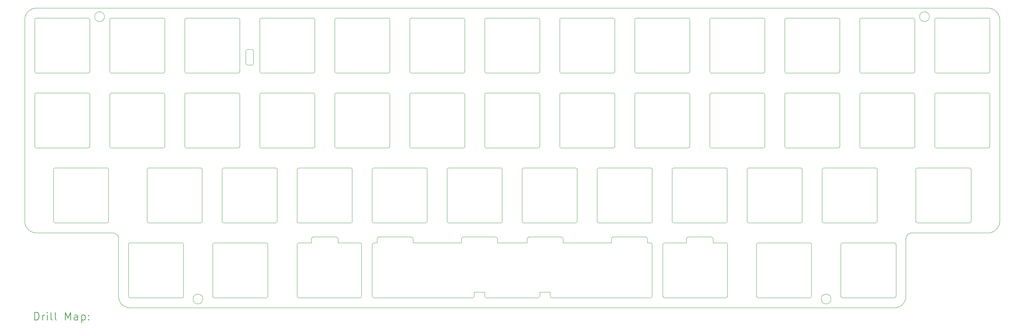
<source format=gbr>
%TF.GenerationSoftware,KiCad,Pcbnew,7.0.6*%
%TF.CreationDate,2023-09-07T16:15:24-04:00*%
%TF.ProjectId,Vault45_Alpha_FR4_Plate_Switch_Blocker_Cutouts,5661756c-7434-4355-9f41-6c7068615f46,rev?*%
%TF.SameCoordinates,PX1c63012PY7616bd0*%
%TF.FileFunction,Drillmap*%
%TF.FilePolarity,Positive*%
%FSLAX45Y45*%
G04 Gerber Fmt 4.5, Leading zero omitted, Abs format (unit mm)*
G04 Created by KiCad (PCBNEW 7.0.6) date 2023-09-07 16:15:24*
%MOMM*%
%LPD*%
G01*
G04 APERTURE LIST*
%ADD10C,0.090000*%
%ADD11C,0.200000*%
G04 APERTURE END LIST*
D10*
X11682500Y4114950D02*
X11682500Y5414950D01*
X11732500Y4064950D02*
X11722423Y4065966D01*
X11713038Y4068879D01*
X11704544Y4073489D01*
X11697145Y4079595D01*
X11691039Y4086994D01*
X11686429Y4095488D01*
X11683516Y4104873D01*
X11682500Y4114950D01*
X13032500Y4064950D02*
X11732500Y4064950D01*
X13082500Y4114950D02*
X13081484Y4104873D01*
X13078571Y4095488D01*
X13073961Y4086994D01*
X13067855Y4079595D01*
X13060455Y4073489D01*
X13051962Y4068879D01*
X13042577Y4065966D01*
X13032500Y4064950D01*
X13082500Y5414950D02*
X13082500Y4114950D01*
X13032500Y5464950D02*
X13042577Y5463934D01*
X13051962Y5461021D01*
X13060455Y5456411D01*
X13067855Y5450305D01*
X13073961Y5442905D01*
X13078571Y5434412D01*
X13081484Y5425027D01*
X13082500Y5414950D01*
X11732500Y5464950D02*
X13032500Y5464950D01*
X11682500Y5414950D02*
X11683516Y5425027D01*
X11686429Y5434412D01*
X11691039Y5442905D01*
X11697145Y5450305D01*
X11704544Y5456411D01*
X11713038Y5461021D01*
X11722423Y5463934D01*
X11732500Y5464950D01*
X13082500Y6019950D02*
X13081484Y6009873D01*
X13078571Y6000488D01*
X13073961Y5991994D01*
X13067855Y5984595D01*
X13060455Y5978489D01*
X13051962Y5973879D01*
X13042577Y5970966D01*
X13032500Y5969950D01*
X13082500Y7319950D02*
X13082500Y6019950D01*
X13032500Y7369950D02*
X13042577Y7368934D01*
X13051962Y7366021D01*
X13060455Y7361411D01*
X13067855Y7355305D01*
X13073961Y7347905D01*
X13078571Y7339412D01*
X13081484Y7330027D01*
X13082500Y7319950D01*
X11732500Y7369950D02*
X13032500Y7369950D01*
X11682500Y7319950D02*
X11683516Y7330027D01*
X11686429Y7339412D01*
X11691039Y7347905D01*
X11697145Y7355305D01*
X11704544Y7361411D01*
X11713038Y7366021D01*
X11722423Y7368934D01*
X11732500Y7369950D01*
X11682500Y6019950D02*
X11682500Y7319950D01*
X11732500Y5969950D02*
X11722423Y5970966D01*
X11713038Y5973879D01*
X11704544Y5978489D01*
X11697145Y5984595D01*
X11691039Y5991994D01*
X11686429Y6000488D01*
X11683516Y6009873D01*
X11682500Y6019950D01*
X13032500Y5969950D02*
X11732500Y5969950D01*
X11415565Y401850D02*
X11682500Y401850D01*
X11415565Y304850D02*
X11415565Y401850D01*
X11365565Y254850D02*
X11375641Y255866D01*
X11385027Y258779D01*
X11393520Y263389D01*
X11400920Y269495D01*
X11407025Y276894D01*
X11411635Y285388D01*
X11414549Y294773D01*
X11415565Y304850D01*
X8875000Y255133D02*
X11365565Y254850D01*
X8825000Y305133D02*
X8826016Y295056D01*
X8828929Y285670D01*
X8833539Y277177D01*
X8839645Y269777D01*
X8847045Y263672D01*
X8855538Y259062D01*
X8864923Y256148D01*
X8875000Y255133D01*
X8825000Y1604848D02*
X8825000Y305133D01*
X8875000Y1654848D02*
X8864923Y1653832D01*
X8855538Y1650919D01*
X8847045Y1646309D01*
X8839645Y1640203D01*
X8833539Y1632803D01*
X8828929Y1624310D01*
X8826016Y1614925D01*
X8825000Y1604848D01*
X8950000Y1654850D02*
X8875000Y1654848D01*
X8950000Y1751850D02*
X8950000Y1654850D01*
X9000000Y1801850D02*
X8989923Y1800834D01*
X8980538Y1797921D01*
X8972045Y1793311D01*
X8964645Y1787205D01*
X8958539Y1779805D01*
X8953929Y1771312D01*
X8951016Y1761927D01*
X8950000Y1751850D01*
X9812400Y1801850D02*
X9000000Y1801850D01*
X9862400Y1751850D02*
X9861384Y1761927D01*
X9858471Y1771312D01*
X9853861Y1779805D01*
X9847755Y1787205D01*
X9840355Y1793311D01*
X9831862Y1797921D01*
X9822477Y1800834D01*
X9812400Y1801850D01*
X9862400Y1654850D02*
X9862400Y1751850D01*
X11092433Y1655133D02*
X9862400Y1654850D01*
X11092433Y1751850D02*
X11092433Y1655133D01*
X11142433Y1801850D02*
X11132356Y1800834D01*
X11122970Y1797921D01*
X11114477Y1793311D01*
X11107077Y1787205D01*
X11100972Y1779805D01*
X11096362Y1771312D01*
X11093448Y1761927D01*
X11092433Y1751850D01*
X11954905Y1801850D02*
X11142433Y1801850D01*
X12004905Y1751850D02*
X12003889Y1761927D01*
X12000975Y1771312D01*
X11996365Y1779805D01*
X11990260Y1787205D01*
X11982860Y1793311D01*
X11974367Y1797921D01*
X11964981Y1800834D01*
X11954905Y1801850D01*
X12004905Y1655133D02*
X12004905Y1751850D01*
X12760000Y1655133D02*
X12004905Y1655133D01*
X12760000Y1751850D02*
X12760000Y1655133D01*
X12810000Y1801850D02*
X12799923Y1800834D01*
X12790538Y1797921D01*
X12782044Y1793311D01*
X12774645Y1787205D01*
X12768539Y1779805D01*
X12763929Y1771312D01*
X12761016Y1761927D01*
X12760000Y1751850D01*
X13622400Y1801850D02*
X12810000Y1801850D01*
X13672400Y1751850D02*
X13671384Y1761927D01*
X13668471Y1771312D01*
X13663861Y1779805D01*
X13657755Y1787205D01*
X13650355Y1793311D01*
X13641862Y1797921D01*
X13632477Y1800834D01*
X13622400Y1801850D01*
X13672400Y1654850D02*
X13672400Y1751850D01*
X14902367Y1654850D02*
X13672400Y1654850D01*
X14902367Y1751850D02*
X14902367Y1654850D01*
X14952367Y1801850D02*
X14942291Y1800834D01*
X14932905Y1797921D01*
X14924412Y1793311D01*
X14917012Y1787205D01*
X14910907Y1779805D01*
X14906297Y1771312D01*
X14903383Y1761927D01*
X14902367Y1751850D01*
X15764985Y1801850D02*
X14952367Y1801850D01*
X15814985Y1751850D02*
X15813969Y1761927D01*
X15811055Y1771312D01*
X15806445Y1779805D01*
X15800340Y1787205D01*
X15792940Y1793311D01*
X15784447Y1797921D01*
X15775061Y1800834D01*
X15764985Y1801850D01*
X15814985Y1654850D02*
X15814985Y1751850D01*
X15890000Y1654850D02*
X15814985Y1654850D01*
X15940000Y1604850D02*
X15938984Y1614927D01*
X15936071Y1624312D01*
X15931461Y1632805D01*
X15925355Y1640205D01*
X15917955Y1646311D01*
X15909462Y1650921D01*
X15900077Y1653834D01*
X15890000Y1654850D01*
X15940000Y304850D02*
X15940000Y1604850D01*
X15890000Y254850D02*
X15900077Y255866D01*
X15909462Y258779D01*
X15917955Y263389D01*
X15925355Y269495D01*
X15931461Y276894D01*
X15936071Y285388D01*
X15938984Y294773D01*
X15940000Y304850D01*
X13399405Y254850D02*
X15890000Y254850D01*
X13349405Y304850D02*
X13350420Y294773D01*
X13353334Y285388D01*
X13357944Y276894D01*
X13364049Y269495D01*
X13371449Y263389D01*
X13379942Y258779D01*
X13389328Y255866D01*
X13399405Y254850D01*
X13349405Y401850D02*
X13349405Y304850D01*
X13082500Y401850D02*
X13349405Y401850D01*
X13082500Y305133D02*
X13082500Y401850D01*
X13032500Y255133D02*
X13042577Y256148D01*
X13051962Y259062D01*
X13060455Y263672D01*
X13067855Y269777D01*
X13073961Y277177D01*
X13078571Y285670D01*
X13081484Y295056D01*
X13082500Y305133D01*
X11732500Y255133D02*
X13032500Y255133D01*
X11682500Y305133D02*
X11683516Y295056D01*
X11686429Y285670D01*
X11691039Y277177D01*
X11697145Y269777D01*
X11704544Y263672D01*
X11713038Y259062D01*
X11722423Y256148D01*
X11732500Y255133D01*
X11682500Y401850D02*
X11682500Y305133D01*
X22983301Y7402312D02*
G75*
G03*
X22983301Y7402312I-125000J0D01*
G01*
X6126875Y1654850D02*
X6136952Y1653834D01*
X6146337Y1650921D01*
X6154830Y1646311D01*
X6162230Y1640205D01*
X6168336Y1632805D01*
X6172946Y1624312D01*
X6175859Y1614927D01*
X6176875Y1604850D01*
X4826875Y1654850D02*
X6126875Y1654850D01*
X4776875Y1604850D02*
X4777891Y1614927D01*
X4780804Y1624312D01*
X4785414Y1632805D01*
X4791520Y1640205D01*
X4798920Y1646311D01*
X4807413Y1650921D01*
X4816798Y1653834D01*
X4826875Y1654850D01*
X4776875Y304850D02*
X4776875Y1604850D01*
X4826875Y254850D02*
X4816798Y255866D01*
X4807413Y258779D01*
X4798920Y263389D01*
X4791520Y269495D01*
X4785414Y276894D01*
X4780804Y285388D01*
X4777891Y294773D01*
X4776875Y304850D01*
X6126875Y254850D02*
X4826875Y254850D01*
X6176875Y304850D02*
X6175859Y294773D01*
X6172946Y285388D01*
X6168336Y276894D01*
X6162230Y269495D01*
X6154830Y263389D01*
X6146337Y258779D01*
X6136952Y255866D01*
X6126875Y254850D01*
X6176875Y1604850D02*
X6176875Y304850D01*
X2633750Y1604850D02*
X2634766Y1614927D01*
X2637679Y1624312D01*
X2642289Y1632805D01*
X2648395Y1640205D01*
X2655795Y1646311D01*
X2664288Y1650921D01*
X2673673Y1653834D01*
X2683750Y1654850D01*
X2633750Y304850D02*
X2633750Y1604850D01*
X2683750Y254850D02*
X2673673Y255866D01*
X2664288Y258779D01*
X2655795Y263389D01*
X2648395Y269495D01*
X2642289Y276894D01*
X2637679Y285388D01*
X2634766Y294773D01*
X2633750Y304850D01*
X3983750Y254850D02*
X2683750Y254850D01*
X4033750Y304850D02*
X4032734Y294773D01*
X4029821Y285388D01*
X4025211Y276894D01*
X4019105Y269495D01*
X4011705Y263389D01*
X4003212Y258779D01*
X3993827Y255866D01*
X3983750Y254850D01*
X4033750Y1604850D02*
X4033750Y304850D01*
X3983750Y1654850D02*
X3993827Y1653834D01*
X4003212Y1650921D01*
X4011705Y1646311D01*
X4019105Y1640205D01*
X4025211Y1632805D01*
X4029821Y1624312D01*
X4032734Y1614927D01*
X4033750Y1604850D01*
X2683750Y1654850D02*
X3983750Y1654850D01*
X2029811Y7402302D02*
G75*
G03*
X2029811Y7402302I-125000J0D01*
G01*
X4528305Y222317D02*
G75*
G03*
X4528305Y222317I-125000J0D01*
G01*
X20731250Y1604850D02*
X20732266Y1614927D01*
X20735179Y1624312D01*
X20739789Y1632805D01*
X20745895Y1640205D01*
X20753295Y1646311D01*
X20761788Y1650921D01*
X20771173Y1653834D01*
X20781250Y1654850D01*
X20731250Y304850D02*
X20731250Y1604850D01*
X20781250Y254850D02*
X20771173Y255866D01*
X20761788Y258779D01*
X20753295Y263389D01*
X20745895Y269495D01*
X20739789Y276894D01*
X20735179Y285388D01*
X20732266Y294773D01*
X20731250Y304850D01*
X22081250Y254850D02*
X20781250Y254850D01*
X22131250Y304850D02*
X22130234Y294773D01*
X22127321Y285388D01*
X22122711Y276894D01*
X22116605Y269495D01*
X22109205Y263389D01*
X22100712Y258779D01*
X22091327Y255866D01*
X22081250Y254850D01*
X22131250Y1604850D02*
X22131250Y304850D01*
X22081250Y1654850D02*
X22091327Y1653834D01*
X22100712Y1650921D01*
X22109205Y1646311D01*
X22116605Y1640205D01*
X22122711Y1632805D01*
X22127321Y1624312D01*
X22130234Y1614927D01*
X22131250Y1604850D01*
X20781250Y1654850D02*
X22081250Y1654850D01*
X20484398Y222322D02*
G75*
G03*
X20484398Y222322I-125000J0D01*
G01*
X18588125Y1604850D02*
X18589141Y1614927D01*
X18592054Y1624312D01*
X18596664Y1632805D01*
X18602770Y1640205D01*
X18610170Y1646311D01*
X18618663Y1650921D01*
X18628048Y1653834D01*
X18638125Y1654850D01*
X18588125Y304850D02*
X18588125Y1604850D01*
X18638125Y254850D02*
X18628048Y255866D01*
X18618663Y258779D01*
X18610170Y263389D01*
X18602770Y269495D01*
X18596664Y276894D01*
X18592054Y285388D01*
X18589141Y294773D01*
X18588125Y304850D01*
X19938125Y254850D02*
X18638125Y254850D01*
X19988125Y304850D02*
X19987109Y294773D01*
X19984196Y285388D01*
X19979586Y276894D01*
X19973480Y269495D01*
X19966080Y263389D01*
X19957587Y258779D01*
X19948202Y255866D01*
X19938125Y254850D01*
X19988125Y1604850D02*
X19988125Y304850D01*
X19938125Y1654850D02*
X19948202Y1653834D01*
X19957587Y1650921D01*
X19966080Y1646311D01*
X19973480Y1640205D01*
X19979586Y1632805D01*
X19984196Y1624312D01*
X19987109Y1614927D01*
X19988125Y1604850D01*
X18638125Y1654850D02*
X19938125Y1654850D01*
X0Y2207350D02*
X390Y2191912D01*
X1549Y2176677D01*
X3457Y2161663D01*
X6095Y2146890D01*
X9445Y2132375D01*
X13487Y2118139D01*
X18204Y2104200D01*
X23575Y2090576D01*
X29583Y2077287D01*
X36208Y2064352D01*
X43432Y2051789D01*
X51235Y2039617D01*
X59599Y2027855D01*
X68505Y2016522D01*
X77935Y2005637D01*
X87868Y1995218D01*
X98287Y1985284D01*
X109172Y1975855D01*
X120505Y1966949D01*
X132267Y1958585D01*
X144439Y1950782D01*
X157002Y1943558D01*
X169938Y1936933D01*
X183226Y1930925D01*
X196850Y1925554D01*
X210789Y1920837D01*
X225025Y1916795D01*
X239539Y1913445D01*
X254313Y1910807D01*
X269327Y1908899D01*
X284562Y1907740D01*
X300000Y1907350D01*
X0Y7322350D02*
X0Y2207350D01*
X300000Y7622350D02*
X284562Y7621960D01*
X269327Y7620801D01*
X254313Y7618893D01*
X239539Y7616255D01*
X225025Y7612905D01*
X210789Y7608862D01*
X196850Y7604146D01*
X183226Y7598774D01*
X169938Y7592767D01*
X157002Y7586142D01*
X144439Y7578918D01*
X132267Y7571115D01*
X120505Y7562751D01*
X109172Y7553844D01*
X98287Y7544415D01*
X87868Y7534482D01*
X77935Y7524063D01*
X68505Y7513178D01*
X59599Y7501845D01*
X51235Y7490083D01*
X43432Y7477911D01*
X36208Y7465348D01*
X29583Y7452412D01*
X23575Y7439123D01*
X18204Y7425500D01*
X13487Y7411561D01*
X9445Y7397325D01*
X6095Y7382810D01*
X3457Y7368037D01*
X1549Y7353023D01*
X390Y7337788D01*
X0Y7322350D01*
X24465000Y7622350D02*
X300000Y7622350D01*
X24765000Y7322350D02*
X24764610Y7337788D01*
X24763451Y7353023D01*
X24761543Y7368037D01*
X24758905Y7382810D01*
X24755555Y7397325D01*
X24751512Y7411561D01*
X24746796Y7425500D01*
X24741424Y7439123D01*
X24735417Y7452412D01*
X24728792Y7465348D01*
X24721568Y7477911D01*
X24713765Y7490083D01*
X24705401Y7501845D01*
X24696494Y7513178D01*
X24687065Y7524063D01*
X24677132Y7534482D01*
X24666713Y7544415D01*
X24655828Y7553844D01*
X24644495Y7562751D01*
X24632733Y7571115D01*
X24620561Y7578918D01*
X24607998Y7586142D01*
X24595062Y7592767D01*
X24581773Y7598774D01*
X24568150Y7604146D01*
X24554211Y7608862D01*
X24539975Y7612905D01*
X24525460Y7616255D01*
X24510687Y7618893D01*
X24495673Y7620801D01*
X24480438Y7621960D01*
X24465000Y7622350D01*
X24765000Y2207350D02*
X24765000Y7322350D01*
X24465000Y1907350D02*
X24480438Y1907740D01*
X24495673Y1908899D01*
X24510687Y1910807D01*
X24525460Y1913445D01*
X24539975Y1916795D01*
X24554211Y1920837D01*
X24568150Y1925554D01*
X24581773Y1930925D01*
X24595062Y1936933D01*
X24607998Y1943558D01*
X24620561Y1950782D01*
X24632733Y1958585D01*
X24644495Y1966949D01*
X24655828Y1975855D01*
X24666713Y1985284D01*
X24677132Y1995218D01*
X24687065Y2005637D01*
X24696494Y2016522D01*
X24705401Y2027855D01*
X24713765Y2039617D01*
X24721568Y2051789D01*
X24728792Y2064352D01*
X24735417Y2077287D01*
X24741424Y2090576D01*
X24746796Y2104200D01*
X24751512Y2118139D01*
X24755555Y2132375D01*
X24758905Y2146890D01*
X24761543Y2161663D01*
X24763451Y2176677D01*
X24764610Y2191912D01*
X24765000Y2207350D01*
X22533750Y1907350D02*
X24465000Y1907350D01*
X22383750Y1757350D02*
X22384524Y1772687D01*
X22386797Y1787580D01*
X22390494Y1801955D01*
X22395538Y1815737D01*
X22401854Y1828849D01*
X22409368Y1841216D01*
X22418003Y1852764D01*
X22427684Y1863416D01*
X22438336Y1873097D01*
X22449883Y1881732D01*
X22462251Y1889246D01*
X22475363Y1895562D01*
X22489144Y1900606D01*
X22503520Y1904302D01*
X22518413Y1906575D01*
X22533750Y1907350D01*
X22383750Y302350D02*
X22383750Y1757350D01*
X22083750Y2350D02*
X22099188Y2740D01*
X22114423Y3899D01*
X22129437Y5807D01*
X22144210Y8445D01*
X22158725Y11795D01*
X22172961Y15837D01*
X22186900Y20554D01*
X22200524Y25925D01*
X22213812Y31933D01*
X22226748Y38558D01*
X22239311Y45782D01*
X22251483Y53585D01*
X22263245Y61949D01*
X22274578Y70855D01*
X22285463Y80285D01*
X22295882Y90218D01*
X22305815Y100637D01*
X22315245Y111522D01*
X22324151Y122855D01*
X22332515Y134617D01*
X22340318Y146789D01*
X22347542Y159352D01*
X22354167Y172288D01*
X22360175Y185576D01*
X22365546Y199200D01*
X22370262Y213139D01*
X22374305Y227375D01*
X22377655Y241889D01*
X22380293Y256663D01*
X22382201Y271677D01*
X22383360Y286912D01*
X22383750Y302350D01*
X2681250Y2350D02*
X22083750Y2350D01*
X2381250Y302350D02*
X2381640Y286912D01*
X2382799Y271677D01*
X2384707Y256663D01*
X2387345Y241889D01*
X2390695Y227375D01*
X2394737Y213139D01*
X2399454Y199200D01*
X2404825Y185576D01*
X2410833Y172288D01*
X2417458Y159352D01*
X2424682Y146789D01*
X2432485Y134617D01*
X2440849Y122855D01*
X2449755Y111522D01*
X2459185Y100637D01*
X2469118Y90218D01*
X2479537Y80285D01*
X2490422Y70855D01*
X2501755Y61949D01*
X2513517Y53585D01*
X2525689Y45782D01*
X2538252Y38558D01*
X2551188Y31933D01*
X2564476Y25925D01*
X2578100Y20554D01*
X2592039Y15837D01*
X2606275Y11795D01*
X2620790Y8445D01*
X2635563Y5807D01*
X2650577Y3899D01*
X2665812Y2740D01*
X2681250Y2350D01*
X2381250Y1757350D02*
X2381250Y302350D01*
X2231250Y1907350D02*
X2246587Y1906575D01*
X2261480Y1904302D01*
X2275855Y1900606D01*
X2289637Y1895562D01*
X2302749Y1889246D01*
X2315116Y1881732D01*
X2326664Y1873097D01*
X2337316Y1863416D01*
X2346997Y1852764D01*
X2355632Y1841216D01*
X2363146Y1828849D01*
X2369462Y1815737D01*
X2374506Y1801955D01*
X2378203Y1787580D01*
X2380476Y1772687D01*
X2381250Y1757350D01*
X300000Y1907350D02*
X2231250Y1907350D01*
X17482400Y1751850D02*
X17482400Y1654850D01*
X17432400Y1801850D02*
X17442477Y1800834D01*
X17451862Y1797921D01*
X17460355Y1793311D01*
X17467755Y1787205D01*
X17473861Y1779805D01*
X17478471Y1771312D01*
X17481384Y1761927D01*
X17482400Y1751850D01*
X16857400Y1801850D02*
X17432400Y1801850D01*
X16807400Y1751850D02*
X16808416Y1761927D01*
X16811329Y1771312D01*
X16815939Y1779805D01*
X16822045Y1787205D01*
X16829445Y1793311D01*
X16837938Y1797921D01*
X16847323Y1800834D01*
X16857400Y1801850D01*
X16807400Y1654850D02*
X16807400Y1751850D01*
X16260600Y1654850D02*
X16807400Y1654850D01*
X16210600Y1604850D02*
X16211616Y1614927D01*
X16214529Y1624312D01*
X16219139Y1632805D01*
X16225245Y1640205D01*
X16232644Y1646311D01*
X16241138Y1650921D01*
X16250523Y1653834D01*
X16260600Y1654850D01*
X16210600Y304850D02*
X16210600Y1604850D01*
X16260600Y254850D02*
X16250523Y255866D01*
X16241138Y258779D01*
X16232644Y263389D01*
X16225245Y269495D01*
X16219139Y276894D01*
X16214529Y285388D01*
X16211616Y294773D01*
X16210600Y304850D01*
X17798700Y254850D02*
X16260600Y254850D01*
X17848700Y304850D02*
X17847684Y294773D01*
X17844771Y285388D01*
X17840161Y276894D01*
X17834055Y269495D01*
X17826655Y263389D01*
X17818162Y258779D01*
X17808777Y255866D01*
X17798700Y254850D01*
X17848700Y1604850D02*
X17848700Y304850D01*
X17798700Y1654850D02*
X17808777Y1653834D01*
X17818162Y1650921D01*
X17826655Y1646311D01*
X17834055Y1640205D01*
X17840161Y1632805D01*
X17844771Y1624312D01*
X17847684Y1614927D01*
X17848700Y1604850D01*
X17482400Y1654850D02*
X17798700Y1654850D01*
X7957400Y1751850D02*
X7957400Y1654850D01*
X7907400Y1801850D02*
X7917477Y1800834D01*
X7926862Y1797921D01*
X7935355Y1793311D01*
X7942755Y1787205D01*
X7948861Y1779805D01*
X7953471Y1771312D01*
X7956384Y1761927D01*
X7957400Y1751850D01*
X7332400Y1801850D02*
X7907400Y1801850D01*
X7282400Y1751850D02*
X7283416Y1761927D01*
X7286329Y1771312D01*
X7290939Y1779805D01*
X7297045Y1787205D01*
X7304444Y1793311D01*
X7312938Y1797921D01*
X7322323Y1800834D01*
X7332400Y1801850D01*
X7282400Y1654850D02*
X7282400Y1751850D01*
X6970000Y1654850D02*
X7282400Y1654850D01*
X6920000Y1604850D02*
X6921016Y1614927D01*
X6923929Y1624312D01*
X6928539Y1632805D01*
X6934645Y1640205D01*
X6942044Y1646311D01*
X6950538Y1650921D01*
X6959923Y1653834D01*
X6970000Y1654850D01*
X6920000Y304850D02*
X6920000Y1604850D01*
X6970000Y254850D02*
X6959923Y255866D01*
X6950538Y258779D01*
X6942044Y263389D01*
X6934645Y269495D01*
X6928539Y276894D01*
X6923929Y285388D01*
X6921016Y294773D01*
X6920000Y304850D01*
X8508100Y254850D02*
X6970000Y254850D01*
X8558100Y304850D02*
X8557084Y294773D01*
X8554171Y285388D01*
X8549561Y276894D01*
X8543455Y269495D01*
X8536055Y263389D01*
X8527562Y258779D01*
X8518177Y255866D01*
X8508100Y254850D01*
X8558100Y1604850D02*
X8558100Y304850D01*
X8508100Y1654850D02*
X8518177Y1653834D01*
X8527562Y1650921D01*
X8536055Y1646311D01*
X8543455Y1640205D01*
X8549561Y1632805D01*
X8554171Y1624312D01*
X8557084Y1614927D01*
X8558100Y1604850D01*
X7957400Y1654850D02*
X8508100Y1654850D01*
X23986250Y3559950D02*
X23996327Y3558934D01*
X24005712Y3556021D01*
X24014205Y3551411D01*
X24021605Y3545305D01*
X24027711Y3537905D01*
X24032321Y3529412D01*
X24035234Y3520027D01*
X24036250Y3509950D01*
X22686250Y3559950D02*
X23986250Y3559950D01*
X22636250Y3509950D02*
X22637266Y3520027D01*
X22640179Y3529412D01*
X22644789Y3537905D01*
X22650895Y3545305D01*
X22658294Y3551411D01*
X22666788Y3556021D01*
X22676173Y3558934D01*
X22686250Y3559950D01*
X22636250Y2209950D02*
X22636250Y3509950D01*
X22686250Y2159950D02*
X22676173Y2160966D01*
X22666788Y2163879D01*
X22658294Y2168489D01*
X22650895Y2174595D01*
X22644789Y2181995D01*
X22640179Y2190488D01*
X22637266Y2199873D01*
X22636250Y2209950D01*
X23986250Y2159950D02*
X22686250Y2159950D01*
X24036250Y2209950D02*
X24035234Y2199873D01*
X24032321Y2190488D01*
X24027711Y2181995D01*
X24021605Y2174595D01*
X24014205Y2168489D01*
X24005712Y2163879D01*
X23996327Y2160966D01*
X23986250Y2159950D01*
X24036250Y3509950D02*
X24036250Y2209950D01*
X2078750Y3559951D02*
X2088827Y3558935D01*
X2098212Y3556022D01*
X2106705Y3551412D01*
X2114105Y3545307D01*
X2120211Y3537907D01*
X2124821Y3529413D01*
X2127734Y3520028D01*
X2128750Y3509951D01*
X778750Y3559951D02*
X2078750Y3559951D01*
X728750Y3509951D02*
X729766Y3520028D01*
X732679Y3529413D01*
X737289Y3537907D01*
X743395Y3545307D01*
X750794Y3551412D01*
X759288Y3556022D01*
X768673Y3558935D01*
X778750Y3559951D01*
X728750Y2209951D02*
X728750Y3509951D01*
X778750Y2159951D02*
X768673Y2160967D01*
X759288Y2163881D01*
X750794Y2168491D01*
X743395Y2174596D01*
X737289Y2181996D01*
X732679Y2190489D01*
X729766Y2199875D01*
X728750Y2209951D01*
X2078750Y2159951D02*
X778750Y2159951D01*
X2128750Y2209951D02*
X2127734Y2199875D01*
X2124821Y2190489D01*
X2120211Y2181996D01*
X2114105Y2174596D01*
X2106705Y2168491D01*
X2098212Y2163881D01*
X2088827Y2160967D01*
X2078750Y2159951D01*
X2128750Y3509951D02*
X2128750Y2209951D01*
X5813816Y6222368D02*
X5812852Y6213156D01*
X5810068Y6204233D01*
X5805631Y6195889D01*
X5799705Y6188414D01*
X5792457Y6182095D01*
X5784051Y6177224D01*
X5774653Y6174089D01*
X5764428Y6172979D01*
X5813816Y6522229D02*
X5813816Y6222368D01*
X5764428Y6571618D02*
X5774653Y6570654D01*
X5784051Y6567870D01*
X5792457Y6563433D01*
X5799705Y6557507D01*
X5805631Y6550259D01*
X5810068Y6541853D01*
X5812852Y6532455D01*
X5813816Y6522229D01*
X5665650Y6571618D02*
X5764428Y6571618D01*
X5616261Y6522229D02*
X5617226Y6532455D01*
X5620009Y6541853D01*
X5624447Y6550259D01*
X5630372Y6557507D01*
X5637621Y6563433D01*
X5646027Y6567870D01*
X5655425Y6570654D01*
X5665650Y6571618D01*
X5616261Y6222368D02*
X5616261Y6522229D01*
X5665650Y6172979D02*
X5655425Y6173944D01*
X5646027Y6176728D01*
X5637621Y6181165D01*
X5630372Y6187091D01*
X5624447Y6194339D01*
X5620009Y6202745D01*
X5617226Y6212143D01*
X5616261Y6222368D01*
X5764428Y6172979D02*
X5665650Y6172979D01*
X18350046Y2209950D02*
X18350046Y3509950D01*
X18400046Y2159950D02*
X18389969Y2160966D01*
X18380584Y2163879D01*
X18372090Y2168489D01*
X18364691Y2174595D01*
X18358585Y2181995D01*
X18353975Y2190488D01*
X18351062Y2199873D01*
X18350046Y2209950D01*
X19700046Y2159950D02*
X18400046Y2159950D01*
X19750046Y2209950D02*
X19749030Y2199873D01*
X19746117Y2190488D01*
X19741507Y2181995D01*
X19735401Y2174595D01*
X19728001Y2168489D01*
X19719508Y2163879D01*
X19710123Y2160966D01*
X19700046Y2159950D01*
X19750046Y3509950D02*
X19750046Y2209950D01*
X19700046Y3559950D02*
X19710123Y3558934D01*
X19719508Y3556021D01*
X19728001Y3551411D01*
X19735401Y3545305D01*
X19741507Y3537905D01*
X19746117Y3529412D01*
X19749030Y3520027D01*
X19750046Y3509950D01*
X18400046Y3559950D02*
X19700046Y3559950D01*
X18350046Y3509950D02*
X18351062Y3520027D01*
X18353975Y3529412D01*
X18358585Y3537905D01*
X18364691Y3545305D01*
X18372090Y3551411D01*
X18380584Y3556021D01*
X18389969Y3558934D01*
X18400046Y3559950D01*
X20305046Y2159950D02*
X20294969Y2160966D01*
X20285584Y2163879D01*
X20277090Y2168489D01*
X20269691Y2174595D01*
X20263585Y2181995D01*
X20258975Y2190488D01*
X20256062Y2199873D01*
X20255046Y2209950D01*
X21605046Y2159950D02*
X20305046Y2159950D01*
X21655046Y2209950D02*
X21654030Y2199873D01*
X21651117Y2190488D01*
X21646507Y2181995D01*
X21640401Y2174595D01*
X21633001Y2168489D01*
X21624508Y2163879D01*
X21615123Y2160966D01*
X21605046Y2159950D01*
X21655046Y3509950D02*
X21655046Y2209950D01*
X21605046Y3559950D02*
X21615123Y3558934D01*
X21624508Y3556021D01*
X21633001Y3551411D01*
X21640401Y3545305D01*
X21646507Y3537905D01*
X21651117Y3529412D01*
X21654030Y3520027D01*
X21655046Y3509950D01*
X20305046Y3559950D02*
X21605046Y3559950D01*
X20255046Y3509950D02*
X20256062Y3520027D01*
X20258975Y3529412D01*
X20263585Y3537905D01*
X20269691Y3545305D01*
X20277090Y3551411D01*
X20285584Y3556021D01*
X20294969Y3558934D01*
X20305046Y3559950D01*
X20255046Y2209950D02*
X20255046Y3509950D01*
X17795046Y2159950D02*
X16495046Y2159950D01*
X17845046Y2209950D02*
X17844030Y2199873D01*
X17841117Y2190488D01*
X17836507Y2181995D01*
X17830401Y2174595D01*
X17823001Y2168489D01*
X17814508Y2163879D01*
X17805123Y2160966D01*
X17795046Y2159950D01*
X17845046Y3509950D02*
X17845046Y2209950D01*
X17795046Y3559950D02*
X17805123Y3558934D01*
X17814508Y3556021D01*
X17823001Y3551411D01*
X17830401Y3545305D01*
X17836507Y3537905D01*
X17841117Y3529412D01*
X17844030Y3520027D01*
X17845046Y3509950D01*
X16495046Y3559950D02*
X17795046Y3559950D01*
X16445046Y3509950D02*
X16446062Y3520027D01*
X16448975Y3529412D01*
X16453585Y3537905D01*
X16459691Y3545305D01*
X16467090Y3551411D01*
X16475584Y3556021D01*
X16484969Y3558934D01*
X16495046Y3559950D01*
X16445046Y2209950D02*
X16445046Y3509950D01*
X16495046Y2159950D02*
X16484969Y2160966D01*
X16475584Y2163879D01*
X16467090Y2168489D01*
X16459691Y2174595D01*
X16453585Y2181995D01*
X16448975Y2190488D01*
X16446062Y2199873D01*
X16445046Y2209950D01*
X14540046Y3509950D02*
X14541062Y3520027D01*
X14543975Y3529412D01*
X14548585Y3537905D01*
X14554691Y3545305D01*
X14562090Y3551411D01*
X14570584Y3556021D01*
X14579969Y3558934D01*
X14590046Y3559950D01*
X14540046Y2209950D02*
X14540046Y3509950D01*
X14590046Y2159950D02*
X14579969Y2160966D01*
X14570584Y2163879D01*
X14562090Y2168489D01*
X14554691Y2174595D01*
X14548585Y2181995D01*
X14543975Y2190488D01*
X14541062Y2199873D01*
X14540046Y2209950D01*
X15890046Y2159950D02*
X14590046Y2159950D01*
X15940046Y2209950D02*
X15939030Y2199873D01*
X15936117Y2190488D01*
X15931507Y2181995D01*
X15925401Y2174595D01*
X15918001Y2168489D01*
X15909508Y2163879D01*
X15900123Y2160966D01*
X15890046Y2159950D01*
X15940046Y3509950D02*
X15940046Y2209950D01*
X15890046Y3559950D02*
X15900123Y3558934D01*
X15909508Y3556021D01*
X15918001Y3551411D01*
X15925401Y3545305D01*
X15931507Y3537905D01*
X15936117Y3529412D01*
X15939030Y3520027D01*
X15940046Y3509950D01*
X14590046Y3559950D02*
X15890046Y3559950D01*
X12685046Y2159950D02*
X12674969Y2160966D01*
X12665584Y2163879D01*
X12657090Y2168489D01*
X12649691Y2174595D01*
X12643585Y2181995D01*
X12638975Y2190488D01*
X12636062Y2199873D01*
X12635046Y2209950D01*
X13985046Y2159950D02*
X12685046Y2159950D01*
X14035046Y2209950D02*
X14034030Y2199873D01*
X14031117Y2190488D01*
X14026507Y2181995D01*
X14020401Y2174595D01*
X14013001Y2168489D01*
X14004508Y2163879D01*
X13995123Y2160966D01*
X13985046Y2159950D01*
X14035046Y3509950D02*
X14035046Y2209950D01*
X13985046Y3559950D02*
X13995123Y3558934D01*
X14004508Y3556021D01*
X14013001Y3551411D01*
X14020401Y3545305D01*
X14026507Y3537905D01*
X14031117Y3529412D01*
X14034030Y3520027D01*
X14035046Y3509950D01*
X12685046Y3559950D02*
X13985046Y3559950D01*
X12635046Y3509950D02*
X12636062Y3520027D01*
X12638975Y3529412D01*
X12643585Y3537905D01*
X12649691Y3545305D01*
X12657090Y3551411D01*
X12665584Y3556021D01*
X12674969Y3558934D01*
X12685046Y3559950D01*
X12635046Y2209950D02*
X12635046Y3509950D01*
X5065046Y3559950D02*
X6365046Y3559950D01*
X5015046Y3509950D02*
X5016062Y3520027D01*
X5018975Y3529412D01*
X5023585Y3537905D01*
X5029691Y3545305D01*
X5037090Y3551411D01*
X5045584Y3556021D01*
X5054969Y3558934D01*
X5065046Y3559950D01*
X5015046Y2209950D02*
X5015046Y3509950D01*
X5065046Y2159950D02*
X5054969Y2160966D01*
X5045584Y2163879D01*
X5037090Y2168489D01*
X5029691Y2174595D01*
X5023585Y2181995D01*
X5018975Y2190488D01*
X5016062Y2199873D01*
X5015046Y2209950D01*
X6365046Y2159950D02*
X5065046Y2159950D01*
X6415046Y2209950D02*
X6414030Y2199873D01*
X6411117Y2190488D01*
X6406507Y2181995D01*
X6400401Y2174595D01*
X6393001Y2168489D01*
X6384508Y2163879D01*
X6375123Y2160966D01*
X6365046Y2159950D01*
X6415046Y3509950D02*
X6415046Y2209950D01*
X6365046Y3559950D02*
X6375123Y3558934D01*
X6384508Y3556021D01*
X6393001Y3551411D01*
X6400401Y3545305D01*
X6406507Y3537905D01*
X6411117Y3529412D01*
X6414030Y3520027D01*
X6415046Y3509950D01*
X8320046Y3509950D02*
X8320046Y2209950D01*
X8270046Y3559950D02*
X8280123Y3558934D01*
X8289508Y3556021D01*
X8298001Y3551411D01*
X8305401Y3545305D01*
X8311507Y3537905D01*
X8316117Y3529412D01*
X8319030Y3520027D01*
X8320046Y3509950D01*
X6970046Y3559950D02*
X8270046Y3559950D01*
X6920046Y3509950D02*
X6921062Y3520027D01*
X6923975Y3529412D01*
X6928585Y3537905D01*
X6934691Y3545305D01*
X6942090Y3551411D01*
X6950584Y3556021D01*
X6959969Y3558934D01*
X6970046Y3559950D01*
X6920046Y2209950D02*
X6920046Y3509950D01*
X6970046Y2159950D02*
X6959969Y2160966D01*
X6950584Y2163879D01*
X6942090Y2168489D01*
X6934691Y2174595D01*
X6928585Y2181995D01*
X6923975Y2190488D01*
X6921062Y2199873D01*
X6920046Y2209950D01*
X8270046Y2159950D02*
X6970046Y2159950D01*
X8320046Y2209950D02*
X8319030Y2199873D01*
X8316117Y2190488D01*
X8311507Y2181995D01*
X8305401Y2174595D01*
X8298001Y2168489D01*
X8289508Y2163879D01*
X8280123Y2160966D01*
X8270046Y2159950D01*
X12080046Y2159950D02*
X10780046Y2159950D01*
X12130046Y2209950D02*
X12129030Y2199873D01*
X12126117Y2190488D01*
X12121507Y2181995D01*
X12115401Y2174595D01*
X12108001Y2168489D01*
X12099508Y2163879D01*
X12090123Y2160966D01*
X12080046Y2159950D01*
X12130046Y3509950D02*
X12130046Y2209950D01*
X12080046Y3559950D02*
X12090123Y3558934D01*
X12099508Y3556021D01*
X12108001Y3551411D01*
X12115401Y3545305D01*
X12121507Y3537905D01*
X12126117Y3529412D01*
X12129030Y3520027D01*
X12130046Y3509950D01*
X10780046Y3559950D02*
X12080046Y3559950D01*
X10730046Y3509950D02*
X10731062Y3520027D01*
X10733975Y3529412D01*
X10738585Y3537905D01*
X10744691Y3545305D01*
X10752090Y3551411D01*
X10760584Y3556021D01*
X10769969Y3558934D01*
X10780046Y3559950D01*
X10730046Y2209950D02*
X10730046Y3509950D01*
X10780046Y2159950D02*
X10769969Y2160966D01*
X10760584Y2163879D01*
X10752090Y2168489D01*
X10744691Y2174595D01*
X10738585Y2181995D01*
X10733975Y2190488D01*
X10731062Y2199873D01*
X10730046Y2209950D01*
X10225046Y3509950D02*
X10225046Y2209950D01*
X10175046Y3559950D02*
X10185123Y3558934D01*
X10194508Y3556021D01*
X10203001Y3551411D01*
X10210401Y3545305D01*
X10216507Y3537905D01*
X10221117Y3529412D01*
X10224030Y3520027D01*
X10225046Y3509950D01*
X8875046Y3559950D02*
X10175046Y3559950D01*
X8825046Y3509950D02*
X8826062Y3520027D01*
X8828975Y3529412D01*
X8833585Y3537905D01*
X8839691Y3545305D01*
X8847090Y3551411D01*
X8855584Y3556021D01*
X8864969Y3558934D01*
X8875046Y3559950D01*
X8825046Y2209950D02*
X8825046Y3509950D01*
X8875046Y2159950D02*
X8864969Y2160966D01*
X8855584Y2163879D01*
X8847090Y2168489D01*
X8839691Y2174595D01*
X8833585Y2181995D01*
X8828975Y2190488D01*
X8826062Y2199873D01*
X8825046Y2209950D01*
X10175046Y2159950D02*
X8875046Y2159950D01*
X10225046Y2209950D02*
X10224030Y2199873D01*
X10221117Y2190488D01*
X10216507Y2181995D01*
X10210401Y2174595D01*
X10203001Y2168489D01*
X10194508Y2163879D01*
X10185123Y2160966D01*
X10175046Y2159950D01*
X21257539Y4064950D02*
X21247462Y4065966D01*
X21238077Y4068879D01*
X21229583Y4073489D01*
X21222184Y4079595D01*
X21216078Y4086994D01*
X21211468Y4095488D01*
X21208555Y4104873D01*
X21207539Y4114950D01*
X22557539Y4064950D02*
X21257539Y4064950D01*
X22607539Y4114950D02*
X22606523Y4104873D01*
X22603610Y4095488D01*
X22599000Y4086994D01*
X22592894Y4079595D01*
X22585494Y4073489D01*
X22577001Y4068879D01*
X22567616Y4065966D01*
X22557539Y4064950D01*
X22607539Y5414950D02*
X22607539Y4114950D01*
X22557539Y5464950D02*
X22567616Y5463934D01*
X22577001Y5461021D01*
X22585494Y5456411D01*
X22592894Y5450305D01*
X22599000Y5442905D01*
X22603610Y5434412D01*
X22606523Y5425027D01*
X22607539Y5414950D01*
X21257539Y5464950D02*
X22557539Y5464950D01*
X21207539Y5414950D02*
X21208555Y5425027D01*
X21211468Y5434412D01*
X21216078Y5442905D01*
X21222184Y5450305D01*
X21229583Y5456411D01*
X21238077Y5461021D01*
X21247462Y5463934D01*
X21257539Y5464950D01*
X21207539Y4114950D02*
X21207539Y5414950D01*
X18797539Y5414950D02*
X18797539Y4114950D01*
X18747539Y5464950D02*
X18757616Y5463934D01*
X18767001Y5461021D01*
X18775494Y5456411D01*
X18782894Y5450305D01*
X18789000Y5442905D01*
X18793610Y5434412D01*
X18796523Y5425027D01*
X18797539Y5414950D01*
X17447539Y5464950D02*
X18747539Y5464950D01*
X17397539Y5414950D02*
X17398555Y5425027D01*
X17401468Y5434412D01*
X17406078Y5442905D01*
X17412184Y5450305D01*
X17419583Y5456411D01*
X17428077Y5461021D01*
X17437462Y5463934D01*
X17447539Y5464950D01*
X17397539Y4114950D02*
X17397539Y5414950D01*
X17447539Y4064950D02*
X17437462Y4065966D01*
X17428077Y4068879D01*
X17419583Y4073489D01*
X17412184Y4079595D01*
X17406078Y4086994D01*
X17401468Y4095488D01*
X17398555Y4104873D01*
X17397539Y4114950D01*
X18747539Y4064950D02*
X17447539Y4064950D01*
X18797539Y4114950D02*
X18796523Y4104873D01*
X18793610Y4095488D01*
X18789000Y4086994D01*
X18782894Y4079595D01*
X18775494Y4073489D01*
X18767001Y4068879D01*
X18757616Y4065966D01*
X18747539Y4064950D01*
X16892539Y4114950D02*
X16891523Y4104873D01*
X16888610Y4095488D01*
X16884000Y4086994D01*
X16877894Y4079595D01*
X16870494Y4073489D01*
X16862001Y4068879D01*
X16852616Y4065966D01*
X16842539Y4064950D01*
X16892539Y5414950D02*
X16892539Y4114950D01*
X16842539Y5464950D02*
X16852616Y5463934D01*
X16862001Y5461021D01*
X16870494Y5456411D01*
X16877894Y5450305D01*
X16884000Y5442905D01*
X16888610Y5434412D01*
X16891523Y5425027D01*
X16892539Y5414950D01*
X15542539Y5464950D02*
X16842539Y5464950D01*
X15492539Y5414950D02*
X15493555Y5425027D01*
X15496468Y5434412D01*
X15501078Y5442905D01*
X15507183Y5450305D01*
X15514583Y5456411D01*
X15523077Y5461021D01*
X15532462Y5463934D01*
X15542539Y5464950D01*
X15492539Y4114950D02*
X15492539Y5414950D01*
X15542539Y4064950D02*
X15532462Y4065966D01*
X15523077Y4068879D01*
X15514583Y4073489D01*
X15507183Y4079595D01*
X15501078Y4086994D01*
X15496468Y4095488D01*
X15493555Y4104873D01*
X15492539Y4114950D01*
X16842539Y4064950D02*
X15542539Y4064950D01*
X24462539Y4064950D02*
X23162539Y4064950D01*
X24512539Y4114950D02*
X24511523Y4104873D01*
X24508610Y4095488D01*
X24504000Y4086994D01*
X24497894Y4079595D01*
X24490494Y4073489D01*
X24482001Y4068879D01*
X24472616Y4065966D01*
X24462539Y4064950D01*
X24512539Y5414950D02*
X24512539Y4114950D01*
X24462539Y5464950D02*
X24472616Y5463934D01*
X24482001Y5461021D01*
X24490494Y5456411D01*
X24497894Y5450305D01*
X24504000Y5442905D01*
X24508610Y5434412D01*
X24511523Y5425027D01*
X24512539Y5414950D01*
X23162539Y5464950D02*
X24462539Y5464950D01*
X23112539Y5414950D02*
X23113555Y5425027D01*
X23116468Y5434412D01*
X23121078Y5442905D01*
X23127183Y5450305D01*
X23134583Y5456411D01*
X23143077Y5461021D01*
X23152462Y5463934D01*
X23162539Y5464950D01*
X23112539Y4114950D02*
X23112539Y5414950D01*
X23162539Y4064950D02*
X23152462Y4065966D01*
X23143077Y4068879D01*
X23134583Y4073489D01*
X23127183Y4079595D01*
X23121078Y4086994D01*
X23116468Y4095488D01*
X23113555Y4104873D01*
X23112539Y4114950D01*
X20652539Y5464950D02*
X20662616Y5463934D01*
X20672001Y5461021D01*
X20680494Y5456411D01*
X20687894Y5450305D01*
X20694000Y5442905D01*
X20698610Y5434412D01*
X20701523Y5425027D01*
X20702539Y5414950D01*
X19352539Y5464950D02*
X20652539Y5464950D01*
X19302539Y5414950D02*
X19303555Y5425027D01*
X19306468Y5434412D01*
X19311078Y5442905D01*
X19317184Y5450305D01*
X19324583Y5456411D01*
X19333077Y5461021D01*
X19342462Y5463934D01*
X19352539Y5464950D01*
X19302539Y4114950D02*
X19302539Y5414950D01*
X19352539Y4064950D02*
X19342462Y4065966D01*
X19333077Y4068879D01*
X19324583Y4073489D01*
X19317184Y4079595D01*
X19311078Y4086994D01*
X19306468Y4095488D01*
X19303555Y4104873D01*
X19302539Y4114950D01*
X20652539Y4064950D02*
X19352539Y4064950D01*
X20702539Y4114950D02*
X20701523Y4104873D01*
X20698610Y4095488D01*
X20694000Y4086994D01*
X20687894Y4079595D01*
X20680494Y4073489D01*
X20672001Y4068879D01*
X20662616Y4065966D01*
X20652539Y4064950D01*
X20702539Y5414950D02*
X20702539Y4114950D01*
X4460046Y3559950D02*
X4470123Y3558934D01*
X4479508Y3556021D01*
X4488001Y3551411D01*
X4495401Y3545305D01*
X4501507Y3537905D01*
X4506117Y3529412D01*
X4509030Y3520027D01*
X4510046Y3509950D01*
X3160046Y3559950D02*
X4460046Y3559950D01*
X3110046Y3509950D02*
X3111062Y3520027D01*
X3113975Y3529412D01*
X3118585Y3537905D01*
X3124691Y3545305D01*
X3132090Y3551411D01*
X3140584Y3556021D01*
X3149969Y3558934D01*
X3160046Y3559950D01*
X3110046Y2209950D02*
X3110046Y3509950D01*
X3160046Y2159950D02*
X3149969Y2160966D01*
X3140584Y2163879D01*
X3132090Y2168489D01*
X3124691Y2174595D01*
X3118585Y2181995D01*
X3113975Y2190488D01*
X3111062Y2199873D01*
X3110046Y2209950D01*
X4460046Y2159950D02*
X3160046Y2159950D01*
X4510046Y2209950D02*
X4509030Y2199873D01*
X4506117Y2190488D01*
X4501507Y2181995D01*
X4495401Y2174595D01*
X4488001Y2168489D01*
X4479508Y2163879D01*
X4470123Y2160966D01*
X4460046Y2159950D01*
X4510046Y3509950D02*
X4510046Y2209950D01*
X13587539Y4114950D02*
X13587539Y5414950D01*
X13637539Y4064950D02*
X13627462Y4065966D01*
X13618077Y4068879D01*
X13609583Y4073489D01*
X13602183Y4079595D01*
X13596078Y4086994D01*
X13591468Y4095488D01*
X13588555Y4104873D01*
X13587539Y4114950D01*
X14937539Y4064950D02*
X13637539Y4064950D01*
X14987539Y4114950D02*
X14986523Y4104873D01*
X14983610Y4095488D01*
X14979000Y4086994D01*
X14972894Y4079595D01*
X14965494Y4073489D01*
X14957001Y4068879D01*
X14947616Y4065966D01*
X14937539Y4064950D01*
X14987539Y5414950D02*
X14987539Y4114950D01*
X14937539Y5464950D02*
X14947616Y5463934D01*
X14957001Y5461021D01*
X14965494Y5456411D01*
X14972894Y5450305D01*
X14979000Y5442905D01*
X14983610Y5434412D01*
X14986523Y5425027D01*
X14987539Y5414950D01*
X13637539Y5464950D02*
X14937539Y5464950D01*
X13587539Y5414950D02*
X13588555Y5425027D01*
X13591468Y5434412D01*
X13596078Y5442905D01*
X13602183Y5450305D01*
X13609583Y5456411D01*
X13618077Y5461021D01*
X13627462Y5463934D01*
X13637539Y5464950D01*
X7367539Y6019950D02*
X7366523Y6009873D01*
X7363610Y6000488D01*
X7359000Y5991994D01*
X7352894Y5984595D01*
X7345494Y5978489D01*
X7337001Y5973879D01*
X7327616Y5970966D01*
X7317539Y5969950D01*
X7367539Y7319950D02*
X7367539Y6019950D01*
X7317539Y7369950D02*
X7327616Y7368934D01*
X7337001Y7366021D01*
X7345494Y7361411D01*
X7352894Y7355305D01*
X7359000Y7347905D01*
X7363610Y7339412D01*
X7366523Y7330027D01*
X7367539Y7319950D01*
X6017539Y7369950D02*
X7317539Y7369950D01*
X5967539Y7319950D02*
X5968555Y7330027D01*
X5971468Y7339412D01*
X5976078Y7347905D01*
X5982183Y7355305D01*
X5989583Y7361411D01*
X5998077Y7366021D01*
X6007462Y7368934D01*
X6017539Y7369950D01*
X5967539Y6019950D02*
X5967539Y7319950D01*
X6017539Y5969950D02*
X6007462Y5970966D01*
X5998077Y5973879D01*
X5989583Y5978489D01*
X5982183Y5984595D01*
X5976078Y5991994D01*
X5971468Y6000488D01*
X5968555Y6009873D01*
X5967539Y6019950D01*
X7317539Y5969950D02*
X6017539Y5969950D01*
X5412539Y5969950D02*
X4112539Y5969950D01*
X5462539Y6019950D02*
X5461523Y6009873D01*
X5458610Y6000488D01*
X5454000Y5991994D01*
X5447894Y5984595D01*
X5440494Y5978489D01*
X5432001Y5973879D01*
X5422616Y5970966D01*
X5412539Y5969950D01*
X5462539Y7319950D02*
X5462539Y6019950D01*
X5412539Y7369950D02*
X5422616Y7368934D01*
X5432001Y7366021D01*
X5440494Y7361411D01*
X5447894Y7355305D01*
X5454000Y7347905D01*
X5458610Y7339412D01*
X5461523Y7330027D01*
X5462539Y7319950D01*
X4112539Y7369950D02*
X5412539Y7369950D01*
X4062539Y7319950D02*
X4063555Y7330027D01*
X4066468Y7339412D01*
X4071078Y7347905D01*
X4077183Y7355305D01*
X4084583Y7361411D01*
X4093077Y7366021D01*
X4102462Y7368934D01*
X4112539Y7369950D01*
X4062539Y6019950D02*
X4062539Y7319950D01*
X4112539Y5969950D02*
X4102462Y5970966D01*
X4093077Y5973879D01*
X4084583Y5978489D01*
X4077183Y5984595D01*
X4071078Y5991994D01*
X4066468Y6000488D01*
X4063555Y6009873D01*
X4062539Y6019950D01*
X3507539Y5969950D02*
X2207539Y5969950D01*
X3557539Y6019950D02*
X3556523Y6009873D01*
X3553610Y6000488D01*
X3549000Y5991994D01*
X3542894Y5984595D01*
X3535494Y5978489D01*
X3527001Y5973879D01*
X3517616Y5970966D01*
X3507539Y5969950D01*
X3557539Y7319950D02*
X3557539Y6019950D01*
X3507539Y7369950D02*
X3517616Y7368934D01*
X3527001Y7366021D01*
X3535494Y7361411D01*
X3542894Y7355305D01*
X3549000Y7347905D01*
X3553610Y7339412D01*
X3556523Y7330027D01*
X3557539Y7319950D01*
X2207539Y7369950D02*
X3507539Y7369950D01*
X2157539Y7319950D02*
X2158555Y7330027D01*
X2161468Y7339412D01*
X2166078Y7347905D01*
X2172184Y7355305D01*
X2179583Y7361411D01*
X2188077Y7366021D01*
X2197462Y7368934D01*
X2207539Y7369950D01*
X2157539Y6019950D02*
X2157539Y7319950D01*
X2207539Y5969950D02*
X2197462Y5970966D01*
X2188077Y5973879D01*
X2179583Y5978489D01*
X2172184Y5984595D01*
X2166078Y5991994D01*
X2161468Y6000488D01*
X2158555Y6009873D01*
X2157539Y6019950D01*
X1652539Y7319950D02*
X1652539Y6019950D01*
X1602539Y7369950D02*
X1612616Y7368934D01*
X1622001Y7366021D01*
X1630494Y7361411D01*
X1637894Y7355305D01*
X1644000Y7347905D01*
X1648610Y7339412D01*
X1651523Y7330027D01*
X1652539Y7319950D01*
X302539Y7369950D02*
X1602539Y7369950D01*
X252539Y7319950D02*
X253555Y7330027D01*
X256468Y7339412D01*
X261078Y7347905D01*
X267184Y7355305D01*
X274583Y7361411D01*
X283077Y7366021D01*
X292462Y7368934D01*
X302539Y7369950D01*
X252539Y6019950D02*
X252539Y7319950D01*
X302539Y5969950D02*
X292462Y5970966D01*
X283077Y5973879D01*
X274583Y5978489D01*
X267184Y5984595D01*
X261078Y5991994D01*
X256468Y6000488D01*
X253555Y6009873D01*
X252539Y6019950D01*
X1602539Y5969950D02*
X302539Y5969950D01*
X1652539Y6019950D02*
X1651523Y6009873D01*
X1648610Y6000488D01*
X1644000Y5991994D01*
X1637894Y5984595D01*
X1630494Y5978489D01*
X1622001Y5973879D01*
X1612616Y5970966D01*
X1602539Y5969950D01*
X21257539Y5969950D02*
X21247462Y5970966D01*
X21238077Y5973879D01*
X21229583Y5978489D01*
X21222184Y5984595D01*
X21216078Y5991994D01*
X21211468Y6000488D01*
X21208555Y6009873D01*
X21207539Y6019950D01*
X22557539Y5969950D02*
X21257539Y5969950D01*
X22607539Y6019950D02*
X22606523Y6009873D01*
X22603610Y6000488D01*
X22599000Y5991994D01*
X22592894Y5984595D01*
X22585494Y5978489D01*
X22577001Y5973879D01*
X22567616Y5970966D01*
X22557539Y5969950D01*
X22607539Y7319950D02*
X22607539Y6019950D01*
X22557539Y7369950D02*
X22567616Y7368934D01*
X22577001Y7366021D01*
X22585494Y7361411D01*
X22592894Y7355305D01*
X22599000Y7347905D01*
X22603610Y7339412D01*
X22606523Y7330027D01*
X22607539Y7319950D01*
X21257539Y7369950D02*
X22557539Y7369950D01*
X21207539Y7319950D02*
X21208555Y7330027D01*
X21211468Y7339412D01*
X21216078Y7347905D01*
X21222184Y7355305D01*
X21229583Y7361411D01*
X21238077Y7366021D01*
X21247462Y7368934D01*
X21257539Y7369950D01*
X21207539Y6019950D02*
X21207539Y7319950D01*
X2207539Y5464950D02*
X3507539Y5464950D01*
X2157539Y5414950D02*
X2158555Y5425027D01*
X2161468Y5434412D01*
X2166078Y5442905D01*
X2172184Y5450305D01*
X2179583Y5456411D01*
X2188077Y5461021D01*
X2197462Y5463934D01*
X2207539Y5464950D01*
X2157539Y4114950D02*
X2157539Y5414950D01*
X2207539Y4064950D02*
X2197462Y4065966D01*
X2188077Y4068879D01*
X2179583Y4073489D01*
X2172184Y4079595D01*
X2166078Y4086994D01*
X2161468Y4095488D01*
X2158555Y4104873D01*
X2157539Y4114950D01*
X3507539Y4064950D02*
X2207539Y4064950D01*
X3557539Y4114950D02*
X3556523Y4104873D01*
X3553610Y4095488D01*
X3549000Y4086994D01*
X3542894Y4079595D01*
X3535494Y4073489D01*
X3527001Y4068879D01*
X3517616Y4065966D01*
X3507539Y4064950D01*
X3557539Y5414950D02*
X3557539Y4114950D01*
X3507539Y5464950D02*
X3517616Y5463934D01*
X3527001Y5461021D01*
X3535494Y5456411D01*
X3542894Y5450305D01*
X3549000Y5442905D01*
X3553610Y5434412D01*
X3556523Y5425027D01*
X3557539Y5414950D01*
X23112539Y6019950D02*
X23112539Y7319950D01*
X23162539Y5969950D02*
X23152462Y5970966D01*
X23143077Y5973879D01*
X23134583Y5978489D01*
X23127183Y5984595D01*
X23121078Y5991994D01*
X23116468Y6000488D01*
X23113555Y6009873D01*
X23112539Y6019950D01*
X24462539Y5969950D02*
X23162539Y5969950D01*
X24512539Y6019950D02*
X24511523Y6009873D01*
X24508610Y6000488D01*
X24504000Y5991994D01*
X24497894Y5984595D01*
X24490494Y5978489D01*
X24482001Y5973879D01*
X24472616Y5970966D01*
X24462539Y5969950D01*
X24512539Y7319950D02*
X24512539Y6019950D01*
X24462539Y7369950D02*
X24472616Y7368934D01*
X24482001Y7366021D01*
X24490494Y7361411D01*
X24497894Y7355305D01*
X24504000Y7347905D01*
X24508610Y7339412D01*
X24511523Y7330027D01*
X24512539Y7319950D01*
X23162539Y7369950D02*
X24462539Y7369950D01*
X23112539Y7319950D02*
X23113555Y7330027D01*
X23116468Y7339412D01*
X23121078Y7347905D01*
X23127183Y7355305D01*
X23134583Y7361411D01*
X23143077Y7366021D01*
X23152462Y7368934D01*
X23162539Y7369950D01*
X1602539Y4064950D02*
X302539Y4064950D01*
X1652539Y4114950D02*
X1651523Y4104873D01*
X1648610Y4095488D01*
X1644000Y4086994D01*
X1637894Y4079595D01*
X1630494Y4073489D01*
X1622001Y4068879D01*
X1612616Y4065966D01*
X1602539Y4064950D01*
X1652539Y5414950D02*
X1652539Y4114950D01*
X1602539Y5464950D02*
X1612616Y5463934D01*
X1622001Y5461021D01*
X1630494Y5456411D01*
X1637894Y5450305D01*
X1644000Y5442905D01*
X1648610Y5434412D01*
X1651523Y5425027D01*
X1652539Y5414950D01*
X302539Y5464950D02*
X1602539Y5464950D01*
X252539Y5414950D02*
X253555Y5425027D01*
X256468Y5434412D01*
X261078Y5442905D01*
X267184Y5450305D01*
X274583Y5456411D01*
X283077Y5461021D01*
X292462Y5463934D01*
X302539Y5464950D01*
X252539Y4114950D02*
X252539Y5414950D01*
X302539Y4064950D02*
X292462Y4065966D01*
X283077Y4068879D01*
X274583Y4073489D01*
X267184Y4079595D01*
X261078Y4086994D01*
X256468Y4095488D01*
X253555Y4104873D01*
X252539Y4114950D01*
X5967539Y4114950D02*
X5967539Y5414950D01*
X6017539Y4064950D02*
X6007462Y4065966D01*
X5998077Y4068879D01*
X5989583Y4073489D01*
X5982183Y4079595D01*
X5976078Y4086994D01*
X5971468Y4095488D01*
X5968555Y4104873D01*
X5967539Y4114950D01*
X7317539Y4064950D02*
X6017539Y4064950D01*
X7367539Y4114950D02*
X7366523Y4104873D01*
X7363610Y4095488D01*
X7359000Y4086994D01*
X7352894Y4079595D01*
X7345494Y4073489D01*
X7337001Y4068879D01*
X7327616Y4065966D01*
X7317539Y4064950D01*
X7367539Y5414950D02*
X7367539Y4114950D01*
X7317539Y5464950D02*
X7327616Y5463934D01*
X7337001Y5461021D01*
X7345494Y5456411D01*
X7352894Y5450305D01*
X7359000Y5442905D01*
X7363610Y5434412D01*
X7366523Y5425027D01*
X7367539Y5414950D01*
X6017539Y5464950D02*
X7317539Y5464950D01*
X5967539Y5414950D02*
X5968555Y5425027D01*
X5971468Y5434412D01*
X5976078Y5442905D01*
X5982183Y5450305D01*
X5989583Y5456411D01*
X5998077Y5461021D01*
X6007462Y5463934D01*
X6017539Y5464950D01*
X9777539Y4114950D02*
X9777539Y5414950D01*
X9827539Y4064950D02*
X9817462Y4065966D01*
X9808077Y4068879D01*
X9799583Y4073489D01*
X9792184Y4079595D01*
X9786078Y4086994D01*
X9781468Y4095488D01*
X9778555Y4104873D01*
X9777539Y4114950D01*
X11127539Y4064950D02*
X9827539Y4064950D01*
X11177539Y4114950D02*
X11176523Y4104873D01*
X11173610Y4095488D01*
X11169000Y4086994D01*
X11162894Y4079595D01*
X11155494Y4073489D01*
X11147001Y4068879D01*
X11137616Y4065966D01*
X11127539Y4064950D01*
X11177539Y5414950D02*
X11177539Y4114950D01*
X11127539Y5464950D02*
X11137616Y5463934D01*
X11147001Y5461021D01*
X11155494Y5456411D01*
X11162894Y5450305D01*
X11169000Y5442905D01*
X11173610Y5434412D01*
X11176523Y5425027D01*
X11177539Y5414950D01*
X9827539Y5464950D02*
X11127539Y5464950D01*
X9777539Y5414950D02*
X9778555Y5425027D01*
X9781468Y5434412D01*
X9786078Y5442905D01*
X9792184Y5450305D01*
X9799583Y5456411D01*
X9808077Y5461021D01*
X9817462Y5463934D01*
X9827539Y5464950D01*
X9272539Y5414950D02*
X9272539Y4114950D01*
X9222539Y5464950D02*
X9232616Y5463934D01*
X9242001Y5461021D01*
X9250494Y5456411D01*
X9257894Y5450305D01*
X9264000Y5442905D01*
X9268610Y5434412D01*
X9271523Y5425027D01*
X9272539Y5414950D01*
X7922539Y5464950D02*
X9222539Y5464950D01*
X7872539Y5414950D02*
X7873555Y5425027D01*
X7876468Y5434412D01*
X7881078Y5442905D01*
X7887183Y5450305D01*
X7894583Y5456411D01*
X7903077Y5461021D01*
X7912462Y5463934D01*
X7922539Y5464950D01*
X7872539Y4114950D02*
X7872539Y5414950D01*
X7922539Y4064950D02*
X7912462Y4065966D01*
X7903077Y4068879D01*
X7894583Y4073489D01*
X7887183Y4079595D01*
X7881078Y4086994D01*
X7876468Y4095488D01*
X7873555Y4104873D01*
X7872539Y4114950D01*
X9222539Y4064950D02*
X7922539Y4064950D01*
X9272539Y4114950D02*
X9271523Y4104873D01*
X9268610Y4095488D01*
X9264000Y4086994D01*
X9257894Y4079595D01*
X9250494Y4073489D01*
X9242001Y4068879D01*
X9232616Y4065966D01*
X9222539Y4064950D01*
X4062539Y4114950D02*
X4062539Y5414950D01*
X4112539Y4064950D02*
X4102462Y4065966D01*
X4093077Y4068879D01*
X4084583Y4073489D01*
X4077183Y4079595D01*
X4071078Y4086994D01*
X4066468Y4095488D01*
X4063555Y4104873D01*
X4062539Y4114950D01*
X5412539Y4064950D02*
X4112539Y4064950D01*
X5462539Y4114950D02*
X5461523Y4104873D01*
X5458610Y4095488D01*
X5454000Y4086994D01*
X5447894Y4079595D01*
X5440494Y4073489D01*
X5432001Y4068879D01*
X5422616Y4065966D01*
X5412539Y4064950D01*
X5462539Y5414950D02*
X5462539Y4114950D01*
X5412539Y5464950D02*
X5422616Y5463934D01*
X5432001Y5461021D01*
X5440494Y5456411D01*
X5447894Y5450305D01*
X5454000Y5442905D01*
X5458610Y5434412D01*
X5461523Y5425027D01*
X5462539Y5414950D01*
X4112539Y5464950D02*
X5412539Y5464950D01*
X4062539Y5414950D02*
X4063555Y5425027D01*
X4066468Y5434412D01*
X4071078Y5442905D01*
X4077183Y5450305D01*
X4084583Y5456411D01*
X4093077Y5461021D01*
X4102462Y5463934D01*
X4112539Y5464950D01*
X14987539Y6019950D02*
X14986523Y6009873D01*
X14983610Y6000488D01*
X14979000Y5991994D01*
X14972894Y5984595D01*
X14965494Y5978489D01*
X14957001Y5973879D01*
X14947616Y5970966D01*
X14937539Y5969950D01*
X14987539Y7319950D02*
X14987539Y6019950D01*
X14937539Y7369950D02*
X14947616Y7368934D01*
X14957001Y7366021D01*
X14965494Y7361411D01*
X14972894Y7355305D01*
X14979000Y7347905D01*
X14983610Y7339412D01*
X14986523Y7330027D01*
X14987539Y7319950D01*
X13637539Y7369950D02*
X14937539Y7369950D01*
X13587539Y7319950D02*
X13588555Y7330027D01*
X13591468Y7339412D01*
X13596078Y7347905D01*
X13602183Y7355305D01*
X13609583Y7361411D01*
X13618077Y7366021D01*
X13627462Y7368934D01*
X13637539Y7369950D01*
X13587539Y6019950D02*
X13587539Y7319950D01*
X13637539Y5969950D02*
X13627462Y5970966D01*
X13618077Y5973879D01*
X13609583Y5978489D01*
X13602183Y5984595D01*
X13596078Y5991994D01*
X13591468Y6000488D01*
X13588555Y6009873D01*
X13587539Y6019950D01*
X14937539Y5969950D02*
X13637539Y5969950D01*
X19352539Y7369950D02*
X20652539Y7369950D01*
X19302539Y7319950D02*
X19303555Y7330027D01*
X19306468Y7339412D01*
X19311078Y7347905D01*
X19317184Y7355305D01*
X19324583Y7361411D01*
X19333077Y7366021D01*
X19342462Y7368934D01*
X19352539Y7369950D01*
X19302539Y6019950D02*
X19302539Y7319950D01*
X19352539Y5969950D02*
X19342462Y5970966D01*
X19333077Y5973879D01*
X19324583Y5978489D01*
X19317184Y5984595D01*
X19311078Y5991994D01*
X19306468Y6000488D01*
X19303555Y6009873D01*
X19302539Y6019950D01*
X20652539Y5969950D02*
X19352539Y5969950D01*
X20702539Y6019950D02*
X20701523Y6009873D01*
X20698610Y6000488D01*
X20694000Y5991994D01*
X20687894Y5984595D01*
X20680494Y5978489D01*
X20672001Y5973879D01*
X20662616Y5970966D01*
X20652539Y5969950D01*
X20702539Y7319950D02*
X20702539Y6019950D01*
X20652539Y7369950D02*
X20662616Y7368934D01*
X20672001Y7366021D01*
X20680494Y7361411D01*
X20687894Y7355305D01*
X20694000Y7347905D01*
X20698610Y7339412D01*
X20701523Y7330027D01*
X20702539Y7319950D01*
X17447539Y7369950D02*
X18747539Y7369950D01*
X17397539Y7319950D02*
X17398555Y7330027D01*
X17401468Y7339412D01*
X17406078Y7347905D01*
X17412184Y7355305D01*
X17419583Y7361411D01*
X17428077Y7366021D01*
X17437462Y7368934D01*
X17447539Y7369950D01*
X17397539Y6019950D02*
X17397539Y7319950D01*
X17447539Y5969950D02*
X17437462Y5970966D01*
X17428077Y5973879D01*
X17419583Y5978489D01*
X17412184Y5984595D01*
X17406078Y5991994D01*
X17401468Y6000488D01*
X17398555Y6009873D01*
X17397539Y6019950D01*
X18747539Y5969950D02*
X17447539Y5969950D01*
X18797539Y6019950D02*
X18796523Y6009873D01*
X18793610Y6000488D01*
X18789000Y5991994D01*
X18782894Y5984595D01*
X18775494Y5978489D01*
X18767001Y5973879D01*
X18757616Y5970966D01*
X18747539Y5969950D01*
X18797539Y7319950D02*
X18797539Y6019950D01*
X18747539Y7369950D02*
X18757616Y7368934D01*
X18767001Y7366021D01*
X18775494Y7361411D01*
X18782894Y7355305D01*
X18789000Y7347905D01*
X18793610Y7339412D01*
X18796523Y7330027D01*
X18797539Y7319950D01*
X15492539Y6019950D02*
X15492539Y7319950D01*
X15542539Y5969950D02*
X15532462Y5970966D01*
X15523077Y5973879D01*
X15514583Y5978489D01*
X15507183Y5984595D01*
X15501078Y5991994D01*
X15496468Y6000488D01*
X15493555Y6009873D01*
X15492539Y6019950D01*
X16842539Y5969950D02*
X15542539Y5969950D01*
X16892539Y6019950D02*
X16891523Y6009873D01*
X16888610Y6000488D01*
X16884000Y5991994D01*
X16877894Y5984595D01*
X16870494Y5978489D01*
X16862001Y5973879D01*
X16852616Y5970966D01*
X16842539Y5969950D01*
X16892539Y7319950D02*
X16892539Y6019950D01*
X16842539Y7369950D02*
X16852616Y7368934D01*
X16862001Y7366021D01*
X16870494Y7361411D01*
X16877894Y7355305D01*
X16884000Y7347905D01*
X16888610Y7339412D01*
X16891523Y7330027D01*
X16892539Y7319950D01*
X15542539Y7369950D02*
X16842539Y7369950D01*
X15492539Y7319950D02*
X15493555Y7330027D01*
X15496468Y7339412D01*
X15501078Y7347905D01*
X15507183Y7355305D01*
X15514583Y7361411D01*
X15523077Y7366021D01*
X15532462Y7368934D01*
X15542539Y7369950D01*
X11127539Y5969950D02*
X9827539Y5969950D01*
X11177539Y6019950D02*
X11176523Y6009873D01*
X11173610Y6000488D01*
X11169000Y5991994D01*
X11162894Y5984595D01*
X11155494Y5978489D01*
X11147001Y5973879D01*
X11137616Y5970966D01*
X11127539Y5969950D01*
X11177539Y7319950D02*
X11177539Y6019950D01*
X11127539Y7369950D02*
X11137616Y7368934D01*
X11147001Y7366021D01*
X11155494Y7361411D01*
X11162894Y7355305D01*
X11169000Y7347905D01*
X11173610Y7339412D01*
X11176523Y7330027D01*
X11177539Y7319950D01*
X9827539Y7369950D02*
X11127539Y7369950D01*
X9777539Y7319950D02*
X9778555Y7330027D01*
X9781468Y7339412D01*
X9786078Y7347905D01*
X9792184Y7355305D01*
X9799583Y7361411D01*
X9808077Y7366021D01*
X9817462Y7368934D01*
X9827539Y7369950D01*
X9777539Y6019950D02*
X9777539Y7319950D01*
X9827539Y5969950D02*
X9817462Y5970966D01*
X9808077Y5973879D01*
X9799583Y5978489D01*
X9792184Y5984595D01*
X9786078Y5991994D01*
X9781468Y6000488D01*
X9778555Y6009873D01*
X9777539Y6019950D01*
X7872539Y6019950D02*
X7872539Y7319950D01*
X7922539Y5969950D02*
X7912462Y5970966D01*
X7903077Y5973879D01*
X7894583Y5978489D01*
X7887183Y5984595D01*
X7881078Y5991994D01*
X7876468Y6000488D01*
X7873555Y6009873D01*
X7872539Y6019950D01*
X9222539Y5969950D02*
X7922539Y5969950D01*
X9272539Y6019950D02*
X9271523Y6009873D01*
X9268610Y6000488D01*
X9264000Y5991994D01*
X9257894Y5984595D01*
X9250494Y5978489D01*
X9242001Y5973879D01*
X9232616Y5970966D01*
X9222539Y5969950D01*
X9272539Y7319950D02*
X9272539Y6019950D01*
X9222539Y7369950D02*
X9232616Y7368934D01*
X9242001Y7366021D01*
X9250494Y7361411D01*
X9257894Y7355305D01*
X9264000Y7347905D01*
X9268610Y7339412D01*
X9271523Y7330027D01*
X9272539Y7319950D01*
X7922539Y7369950D02*
X9222539Y7369950D01*
X7872539Y7319950D02*
X7873555Y7330027D01*
X7876468Y7339412D01*
X7881078Y7347905D01*
X7887183Y7355305D01*
X7894583Y7361411D01*
X7903077Y7366021D01*
X7912462Y7368934D01*
X7922539Y7369950D01*
D11*
X256277Y-313634D02*
X256277Y-113634D01*
X256277Y-113634D02*
X303896Y-113634D01*
X303896Y-113634D02*
X332467Y-123158D01*
X332467Y-123158D02*
X351515Y-142205D01*
X351515Y-142205D02*
X361039Y-161253D01*
X361039Y-161253D02*
X370562Y-199348D01*
X370562Y-199348D02*
X370562Y-227920D01*
X370562Y-227920D02*
X361039Y-266015D01*
X361039Y-266015D02*
X351515Y-285062D01*
X351515Y-285062D02*
X332467Y-304110D01*
X332467Y-304110D02*
X303896Y-313634D01*
X303896Y-313634D02*
X256277Y-313634D01*
X456277Y-313634D02*
X456277Y-180300D01*
X456277Y-218396D02*
X465801Y-199348D01*
X465801Y-199348D02*
X475324Y-189824D01*
X475324Y-189824D02*
X494372Y-180300D01*
X494372Y-180300D02*
X513420Y-180300D01*
X580086Y-313634D02*
X580086Y-180300D01*
X580086Y-113634D02*
X570563Y-123158D01*
X570563Y-123158D02*
X580086Y-132682D01*
X580086Y-132682D02*
X589610Y-123158D01*
X589610Y-123158D02*
X580086Y-113634D01*
X580086Y-113634D02*
X580086Y-132682D01*
X703896Y-313634D02*
X684848Y-304110D01*
X684848Y-304110D02*
X675324Y-285062D01*
X675324Y-285062D02*
X675324Y-113634D01*
X808658Y-313634D02*
X789610Y-304110D01*
X789610Y-304110D02*
X780086Y-285062D01*
X780086Y-285062D02*
X780086Y-113634D01*
X1037229Y-313634D02*
X1037229Y-113634D01*
X1037229Y-113634D02*
X1103896Y-256491D01*
X1103896Y-256491D02*
X1170563Y-113634D01*
X1170563Y-113634D02*
X1170563Y-313634D01*
X1351515Y-313634D02*
X1351515Y-208872D01*
X1351515Y-208872D02*
X1341991Y-189824D01*
X1341991Y-189824D02*
X1322944Y-180300D01*
X1322944Y-180300D02*
X1284848Y-180300D01*
X1284848Y-180300D02*
X1265801Y-189824D01*
X1351515Y-304110D02*
X1332467Y-313634D01*
X1332467Y-313634D02*
X1284848Y-313634D01*
X1284848Y-313634D02*
X1265801Y-304110D01*
X1265801Y-304110D02*
X1256277Y-285062D01*
X1256277Y-285062D02*
X1256277Y-266015D01*
X1256277Y-266015D02*
X1265801Y-246967D01*
X1265801Y-246967D02*
X1284848Y-237443D01*
X1284848Y-237443D02*
X1332467Y-237443D01*
X1332467Y-237443D02*
X1351515Y-227920D01*
X1446753Y-180300D02*
X1446753Y-380300D01*
X1446753Y-189824D02*
X1465801Y-180300D01*
X1465801Y-180300D02*
X1503896Y-180300D01*
X1503896Y-180300D02*
X1522943Y-189824D01*
X1522943Y-189824D02*
X1532467Y-199348D01*
X1532467Y-199348D02*
X1541991Y-218396D01*
X1541991Y-218396D02*
X1541991Y-275539D01*
X1541991Y-275539D02*
X1532467Y-294586D01*
X1532467Y-294586D02*
X1522943Y-304110D01*
X1522943Y-304110D02*
X1503896Y-313634D01*
X1503896Y-313634D02*
X1465801Y-313634D01*
X1465801Y-313634D02*
X1446753Y-304110D01*
X1627705Y-294586D02*
X1637229Y-304110D01*
X1637229Y-304110D02*
X1627705Y-313634D01*
X1627705Y-313634D02*
X1618182Y-304110D01*
X1618182Y-304110D02*
X1627705Y-294586D01*
X1627705Y-294586D02*
X1627705Y-313634D01*
X1627705Y-189824D02*
X1637229Y-199348D01*
X1637229Y-199348D02*
X1627705Y-208872D01*
X1627705Y-208872D02*
X1618182Y-199348D01*
X1618182Y-199348D02*
X1627705Y-189824D01*
X1627705Y-189824D02*
X1627705Y-208872D01*
M02*

</source>
